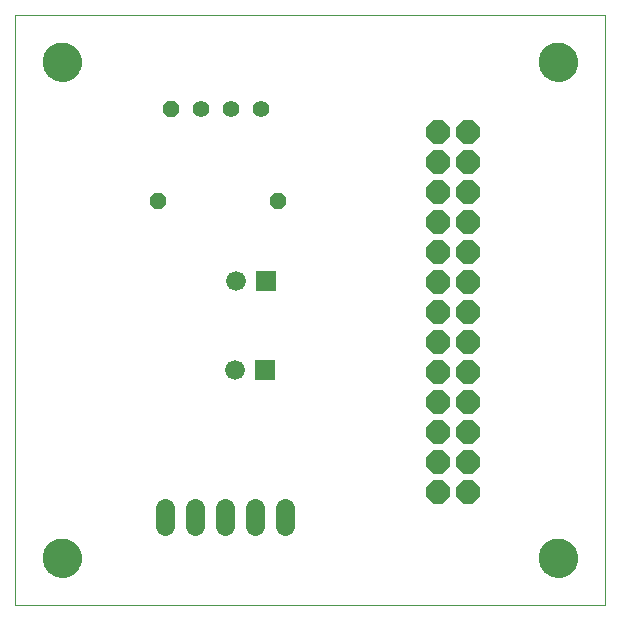
<source format=gbs>
G75*
%MOIN*%
%OFA0B0*%
%FSLAX24Y24*%
%IPPOS*%
%LPD*%
%AMOC8*
5,1,8,0,0,1.08239X$1,22.5*
%
%ADD10C,0.0000*%
%ADD11C,0.1300*%
%ADD12OC8,0.0555*%
%ADD13C,0.0555*%
%ADD14OC8,0.0780*%
%ADD15C,0.0660*%
%ADD16R,0.0660X0.0660*%
%ADD17OC8,0.0560*%
%ADD18C,0.0640*%
D10*
X000100Y000100D02*
X000100Y019785D01*
X019785Y019785D01*
X019785Y000100D01*
X000100Y000100D01*
X001045Y001675D02*
X001047Y001725D01*
X001053Y001775D01*
X001063Y001824D01*
X001077Y001872D01*
X001094Y001919D01*
X001115Y001964D01*
X001140Y002008D01*
X001168Y002049D01*
X001200Y002088D01*
X001234Y002125D01*
X001271Y002159D01*
X001311Y002189D01*
X001353Y002216D01*
X001397Y002240D01*
X001443Y002261D01*
X001490Y002277D01*
X001538Y002290D01*
X001588Y002299D01*
X001637Y002304D01*
X001688Y002305D01*
X001738Y002302D01*
X001787Y002295D01*
X001836Y002284D01*
X001884Y002269D01*
X001930Y002251D01*
X001975Y002229D01*
X002018Y002203D01*
X002059Y002174D01*
X002098Y002142D01*
X002134Y002107D01*
X002166Y002069D01*
X002196Y002029D01*
X002223Y001986D01*
X002246Y001942D01*
X002265Y001896D01*
X002281Y001848D01*
X002293Y001799D01*
X002301Y001750D01*
X002305Y001700D01*
X002305Y001650D01*
X002301Y001600D01*
X002293Y001551D01*
X002281Y001502D01*
X002265Y001454D01*
X002246Y001408D01*
X002223Y001364D01*
X002196Y001321D01*
X002166Y001281D01*
X002134Y001243D01*
X002098Y001208D01*
X002059Y001176D01*
X002018Y001147D01*
X001975Y001121D01*
X001930Y001099D01*
X001884Y001081D01*
X001836Y001066D01*
X001787Y001055D01*
X001738Y001048D01*
X001688Y001045D01*
X001637Y001046D01*
X001588Y001051D01*
X001538Y001060D01*
X001490Y001073D01*
X001443Y001089D01*
X001397Y001110D01*
X001353Y001134D01*
X001311Y001161D01*
X001271Y001191D01*
X001234Y001225D01*
X001200Y001262D01*
X001168Y001301D01*
X001140Y001342D01*
X001115Y001386D01*
X001094Y001431D01*
X001077Y001478D01*
X001063Y001526D01*
X001053Y001575D01*
X001047Y001625D01*
X001045Y001675D01*
X001045Y018210D02*
X001047Y018260D01*
X001053Y018310D01*
X001063Y018359D01*
X001077Y018407D01*
X001094Y018454D01*
X001115Y018499D01*
X001140Y018543D01*
X001168Y018584D01*
X001200Y018623D01*
X001234Y018660D01*
X001271Y018694D01*
X001311Y018724D01*
X001353Y018751D01*
X001397Y018775D01*
X001443Y018796D01*
X001490Y018812D01*
X001538Y018825D01*
X001588Y018834D01*
X001637Y018839D01*
X001688Y018840D01*
X001738Y018837D01*
X001787Y018830D01*
X001836Y018819D01*
X001884Y018804D01*
X001930Y018786D01*
X001975Y018764D01*
X002018Y018738D01*
X002059Y018709D01*
X002098Y018677D01*
X002134Y018642D01*
X002166Y018604D01*
X002196Y018564D01*
X002223Y018521D01*
X002246Y018477D01*
X002265Y018431D01*
X002281Y018383D01*
X002293Y018334D01*
X002301Y018285D01*
X002305Y018235D01*
X002305Y018185D01*
X002301Y018135D01*
X002293Y018086D01*
X002281Y018037D01*
X002265Y017989D01*
X002246Y017943D01*
X002223Y017899D01*
X002196Y017856D01*
X002166Y017816D01*
X002134Y017778D01*
X002098Y017743D01*
X002059Y017711D01*
X002018Y017682D01*
X001975Y017656D01*
X001930Y017634D01*
X001884Y017616D01*
X001836Y017601D01*
X001787Y017590D01*
X001738Y017583D01*
X001688Y017580D01*
X001637Y017581D01*
X001588Y017586D01*
X001538Y017595D01*
X001490Y017608D01*
X001443Y017624D01*
X001397Y017645D01*
X001353Y017669D01*
X001311Y017696D01*
X001271Y017726D01*
X001234Y017760D01*
X001200Y017797D01*
X001168Y017836D01*
X001140Y017877D01*
X001115Y017921D01*
X001094Y017966D01*
X001077Y018013D01*
X001063Y018061D01*
X001053Y018110D01*
X001047Y018160D01*
X001045Y018210D01*
X017580Y018210D02*
X017582Y018260D01*
X017588Y018310D01*
X017598Y018359D01*
X017612Y018407D01*
X017629Y018454D01*
X017650Y018499D01*
X017675Y018543D01*
X017703Y018584D01*
X017735Y018623D01*
X017769Y018660D01*
X017806Y018694D01*
X017846Y018724D01*
X017888Y018751D01*
X017932Y018775D01*
X017978Y018796D01*
X018025Y018812D01*
X018073Y018825D01*
X018123Y018834D01*
X018172Y018839D01*
X018223Y018840D01*
X018273Y018837D01*
X018322Y018830D01*
X018371Y018819D01*
X018419Y018804D01*
X018465Y018786D01*
X018510Y018764D01*
X018553Y018738D01*
X018594Y018709D01*
X018633Y018677D01*
X018669Y018642D01*
X018701Y018604D01*
X018731Y018564D01*
X018758Y018521D01*
X018781Y018477D01*
X018800Y018431D01*
X018816Y018383D01*
X018828Y018334D01*
X018836Y018285D01*
X018840Y018235D01*
X018840Y018185D01*
X018836Y018135D01*
X018828Y018086D01*
X018816Y018037D01*
X018800Y017989D01*
X018781Y017943D01*
X018758Y017899D01*
X018731Y017856D01*
X018701Y017816D01*
X018669Y017778D01*
X018633Y017743D01*
X018594Y017711D01*
X018553Y017682D01*
X018510Y017656D01*
X018465Y017634D01*
X018419Y017616D01*
X018371Y017601D01*
X018322Y017590D01*
X018273Y017583D01*
X018223Y017580D01*
X018172Y017581D01*
X018123Y017586D01*
X018073Y017595D01*
X018025Y017608D01*
X017978Y017624D01*
X017932Y017645D01*
X017888Y017669D01*
X017846Y017696D01*
X017806Y017726D01*
X017769Y017760D01*
X017735Y017797D01*
X017703Y017836D01*
X017675Y017877D01*
X017650Y017921D01*
X017629Y017966D01*
X017612Y018013D01*
X017598Y018061D01*
X017588Y018110D01*
X017582Y018160D01*
X017580Y018210D01*
X017580Y001675D02*
X017582Y001725D01*
X017588Y001775D01*
X017598Y001824D01*
X017612Y001872D01*
X017629Y001919D01*
X017650Y001964D01*
X017675Y002008D01*
X017703Y002049D01*
X017735Y002088D01*
X017769Y002125D01*
X017806Y002159D01*
X017846Y002189D01*
X017888Y002216D01*
X017932Y002240D01*
X017978Y002261D01*
X018025Y002277D01*
X018073Y002290D01*
X018123Y002299D01*
X018172Y002304D01*
X018223Y002305D01*
X018273Y002302D01*
X018322Y002295D01*
X018371Y002284D01*
X018419Y002269D01*
X018465Y002251D01*
X018510Y002229D01*
X018553Y002203D01*
X018594Y002174D01*
X018633Y002142D01*
X018669Y002107D01*
X018701Y002069D01*
X018731Y002029D01*
X018758Y001986D01*
X018781Y001942D01*
X018800Y001896D01*
X018816Y001848D01*
X018828Y001799D01*
X018836Y001750D01*
X018840Y001700D01*
X018840Y001650D01*
X018836Y001600D01*
X018828Y001551D01*
X018816Y001502D01*
X018800Y001454D01*
X018781Y001408D01*
X018758Y001364D01*
X018731Y001321D01*
X018701Y001281D01*
X018669Y001243D01*
X018633Y001208D01*
X018594Y001176D01*
X018553Y001147D01*
X018510Y001121D01*
X018465Y001099D01*
X018419Y001081D01*
X018371Y001066D01*
X018322Y001055D01*
X018273Y001048D01*
X018223Y001045D01*
X018172Y001046D01*
X018123Y001051D01*
X018073Y001060D01*
X018025Y001073D01*
X017978Y001089D01*
X017932Y001110D01*
X017888Y001134D01*
X017846Y001161D01*
X017806Y001191D01*
X017769Y001225D01*
X017735Y001262D01*
X017703Y001301D01*
X017675Y001342D01*
X017650Y001386D01*
X017629Y001431D01*
X017612Y001478D01*
X017598Y001526D01*
X017588Y001575D01*
X017582Y001625D01*
X017580Y001675D01*
D11*
X018210Y001675D03*
X001675Y001675D03*
X001675Y018210D03*
X018210Y018210D03*
D12*
X005317Y016631D03*
D13*
X006317Y016631D03*
X007317Y016631D03*
X008317Y016631D03*
D14*
X014206Y015876D03*
X015206Y015876D03*
X015206Y014876D03*
X014206Y014876D03*
X014206Y013876D03*
X015206Y013876D03*
X015206Y012876D03*
X014206Y012876D03*
X014206Y011876D03*
X015206Y011876D03*
X015206Y010876D03*
X014206Y010876D03*
X014206Y009876D03*
X015206Y009876D03*
X015206Y008876D03*
X014206Y008876D03*
X014206Y007876D03*
X015206Y007876D03*
X015206Y006876D03*
X014206Y006876D03*
X014206Y005876D03*
X015206Y005876D03*
X015206Y004876D03*
X014206Y004876D03*
X014206Y003876D03*
X015206Y003876D03*
D15*
X007450Y007943D03*
X007490Y010891D03*
D16*
X008490Y010891D03*
X008450Y007943D03*
D17*
X008883Y013580D03*
X004883Y013580D03*
D18*
X005108Y003353D02*
X005108Y002753D01*
X006108Y002753D02*
X006108Y003353D01*
X007108Y003353D02*
X007108Y002753D01*
X008108Y002753D02*
X008108Y003353D01*
X009108Y003353D02*
X009108Y002753D01*
M02*

</source>
